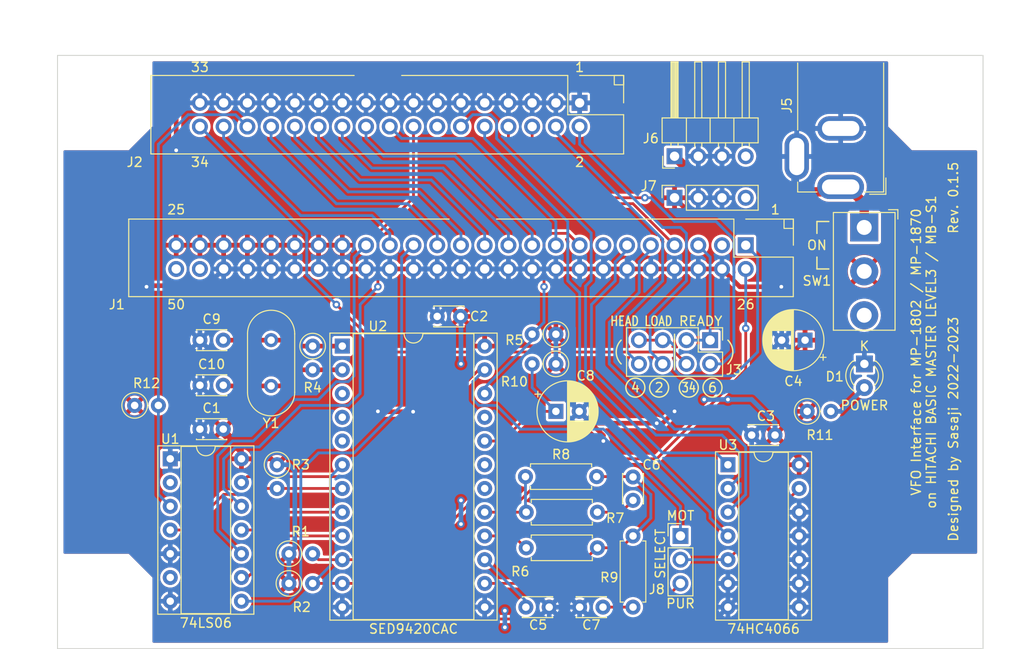
<source format=kicad_pcb>
(kicad_pcb (version 20211014) (generator pcbnew)
  (title_block (title "VFO Interface for HITACHI BASIC MASTER LEVEL3 and MB-S1") (date "2023-05-20") (rev "0.1.5") (company "Designed by Sasaji 2022"))
  (layers (0 "F.Cu" signal) (31 "B.Cu" signal) (34 "B.Paste" user) (35 "F.Paste" user) (36 "B.SilkS" user "B.Silkscreen") (37 "F.SilkS" user "F.Silkscreen") (38 "B.Mask" user) (39 "F.Mask" user) (44 "Edge.Cuts" user))
  (net 0 "")
  (net 1 "GND")
  (net 2 "+5V")
  (net 3 "Net-(C10-Pad2)")
  (net 4 "Net-(C5-Pad2)")
  (net 5 "Net-(C6-Pad1)")
  (net 6 "Net-(C6-Pad2)")
  (net 7 "Net-(C7-Pad2)")
  (net 8 "Net-(C8-Pad1)")
  (net 9 "/~{HEADLOAD}")
  (net 11 "/~{READY}")
  (net 12 "/~{INDEX}")
  (net 13 "/~{SELECT0}")
  (net 14 "/~{SELECT1}")
  (net 16 "/~{MOTOR}")
  (net 17 "/~{DIRC}")
  (net 18 "/~{STEP}")
  (net 19 "/~{WRITEDATA}")
  (net 20 "/~{WRITEGATE}")
  (net 21 "/~{TRACK00}")
  (net 22 "/~{WRITEPROTECT}")
  (net 23 "/~{READDATA}")
  (net 24 "/~{SIDESELECT}")
  (net 25 "/~{RDATA_CLK}")
  (net 26 "/DDEN")
  (net 29 "/~{HEADLOAD2}")
  (net 30 "/~{HEADLOAD4}")
  (net 31 "/~{READY6}")
  (net 33 "/~{MOTOR_ON}")
  (net 34 "/~{RDATA_RAW}")
  (net 35 "/~{READY34}")
  (net 36 "PUR")
  (net 37 "Net-(R6-Pad1)")
  (net 38 "Net-(R7-Pad2)")
  (net 40 "/MOTOR_ON")
  (net 49 "/+5V_IN")
  (net 52 "/RDDATA")
  (net 53 "/DATA")
  (net 54 "/WINDOW")
  (net 55 "/~{SELECT0M}")
  (net 56 "/~{SELECT1M}")
  (net 57 "Net-(C9-Pad2)")
  (net 58 "Net-(D1-Pad2)")
  (net 59 "Net-(J8-Pad2)")
  (footprint "Resistor_THT:R_Axial_DIN0207_L6.3mm_D2.5mm_P7.62mm_Horizontal" (layer "F.Cu") (at 118.665 73.025)
    (fp_text reference "R8")
    (fp_text value "33k")
  )
  (footprint "Capacitor_THT:C_Disc_D3.0mm_W2.0mm_P2.50mm" (layer "F.Cu") (at 142.875 68.58)
    (fp_text reference "C3")
    (fp_text value "0.1u")
  )
  (footprint "Capacitor_THT:C_Disc_D3.0mm_W2.0mm_P2.50mm" (layer "F.Cu") (at 124.46 86.995)
    (fp_text reference "C7")
    (fp_text value "0.01u")
  )
  (footprint "Capacitor_THT:C_Disc_D3.0mm_W2.0mm_P2.50mm" (layer "F.Cu") (at 109.22 55.88)
    (fp_text reference "C2")
    (fp_text value "0.1u")
  )
  (footprint "Connector_PinHeader_2.54mm:PinHeader_2x04_P2.54mm_Vertical" (layer "F.Cu") (at 138.43 58.42 -90)
    (fp_text reference "J3")
    (fp_text value "Conn_02x02_Odd_Even")
  )
  (footprint "Connector_PinHeader_2.54mm:PinHeader_1x04_P2.54mm_Horizontal" (layer "F.Cu") (at 134.62 38.735 90)
    (fp_text reference "J6")
    (fp_text value "Conn_01x04_Male")
  )
  (footprint "MountingHole:MountingHole_3.2mm_M3" (layer "F.Cu") (at 73.66 33.02)
    (fp_text reference "REF**")
    (fp_text value "MountingHole_3.2mm_M3")
  )
  (footprint "Resistor_THT:R_Axial_DIN0207_L6.3mm_D2.5mm_P2.54mm_Vertical" (layer "F.Cu") (at 95.885 59.055 -90)
    (fp_text reference "R4")
    (fp_text value "1M")
  )
  (footprint "MySwitch:SW_Switch_SS12D10_SPDT" (layer "F.Cu") (at 154.9225 46.355 -90)
    (fp_text reference "SW1")
    (fp_text value "SW_SPDT")
  )
  (footprint "Capacitor_THT:C_Disc_D3.0mm_W2.0mm_P2.50mm" (layer "F.Cu") (at 83.82 63.246)
    (fp_text reference "C10")
    (fp_text value "22p")
  )
  (footprint "Capacitor_THT:C_Disc_D3.0mm_W2.0mm_P2.50mm" (layer "F.Cu") (at 83.82 67.945)
    (fp_text reference "C1")
    (fp_text value "0.1u")
  )
  (footprint "Capacitor_THT:C_Disc_D3.0mm_W2.0mm_P2.50mm" (layer "F.Cu") (at 121.205 86.995 180)
    (fp_text reference "C5")
    (fp_text value "0.01u")
  )
  (footprint "Resistor_THT:R_Axial_DIN0207_L6.3mm_D2.5mm_P2.54mm_Vertical" (layer "F.Cu") (at 121.92 60.96 180)
    (fp_text reference "R10")
    (fp_text value "100k")
  )
  (footprint "Resistor_THT:R_Axial_DIN0207_L6.3mm_D2.5mm_P2.54mm_Vertical" (layer "F.Cu") (at 92.075 71.755 -90)
    (fp_text reference "R3")
    (fp_text value "1k")
  )
  (footprint "Package_DIP:DIP-24_W15.24mm_Socket" (layer "F.Cu") (at 99.06 59.055)
    (fp_text reference "U2")
    (fp_text value "SED9420CAC")
  )
  (footprint "Package_DIP:DIP-14_W7.62mm_Socket" (layer "F.Cu") (at 140.335 71.755)
    (fp_text reference "U3")
    (fp_text value "74HC4066")
  )
  (footprint "Capacitor_THT:CP_Radial_D6.3mm_P2.50mm" (layer "F.Cu") (at 148.59 58.42 180)
    (fp_text reference "C4")
    (fp_text value "100u")
  )
  (footprint "Resistor_THT:R_Axial_DIN0207_L6.3mm_D2.5mm_P2.54mm_Vertical" (layer "F.Cu") (at 121.92 57.785 180)
    (fp_text reference "R5")
    (fp_text value "1k")
  )
  (footprint "MountingHole:MountingHole_3.2mm_M3" (layer "F.Cu") (at 73.66 86.36)
    (fp_text reference "REF**")
    (fp_text value "MountingHole_3.2mm_M3")
  )
  (footprint "MountingHole:MountingHole_3.2mm_M3" (layer "F.Cu") (at 162.56 86.36)
    (fp_text reference "REF**")
    (fp_text value "MountingHole_3.2mm_M3")
  )
  (footprint "Resistor_THT:R_Axial_DIN0207_L6.3mm_D2.5mm_P2.54mm_Vertical" (layer "F.Cu") (at 76.835 65.405)
    (fp_text reference "R12")
    (fp_text value "1k")
  )
  (footprint "Capacitor_THT:CP_Radial_D6.3mm_P2.50mm" (layer "F.Cu") (at 121.92 66.04)
    (fp_text reference "C8")
    (fp_text value "22u")
  )
  (footprint "Connector_PinHeader_2.54mm:PinHeader_1x03_P2.54mm_Vertical" (layer "F.Cu") (at 135.255 79.375)
    (fp_text reference "J8")
    (fp_text value "Conn_01x03_Male")
  )
  (footprint "Resistor_THT:R_Axial_DIN0207_L6.3mm_D2.5mm_P2.54mm_Vertical" (layer "F.Cu") (at 93.345 81.28)
    (fp_text reference "R1")
    (fp_text value "1k")
  )
  (footprint "Connector_PinSocket_2.54mm:PinSocket_1x04_P2.54mm_Vertical" (layer "F.Cu") (at 134.62 43.18 90)
    (fp_text reference "J7")
    (fp_text value "Conn_01x04_Female")
  )
  (footprint "Capacitor_THT:C_Disc_D3.0mm_W2.0mm_P2.50mm" (layer "F.Cu") (at 83.82 58.42)
    (fp_text reference "C9")
    (fp_text value "22p")
  )
  (footprint "MyPinHeader:YA_PinHeader_2x25_P2.54mm_Vertical" (layer "F.Cu") (at 142.24 48.26 -90)
    (fp_text reference "J1")
    (fp_text value "Conn_02x25_Top_Bottom")
  )
  (footprint "Resistor_THT:R_Axial_DIN0207_L6.3mm_D2.5mm_P7.62mm_Horizontal" (layer "F.Cu") (at 118.745 80.645)
    (fp_text reference "R6")
    (fp_text value "470")
  )
  (footprint "Resistor_THT:R_Axial_DIN0207_L6.3mm_D2.5mm_P2.54mm_Vertical" (layer "F.Cu") (at 93.345 84.455)
    (fp_text reference "R2")
    (fp_text value "4.7k")
  )
  (footprint "Crystal:Crystal_HC18-U_Vertical" (layer "F.Cu") (at 91.44 63.32 90)
    (fp_text reference "Y1")
    (fp_text value "16MHz")
  )
  (footprint "MyJack:YA_BarrelJack_CUI_PJ-102AH_Horizontal" (layer "F.Cu") (at 152.4 41.76 180)
    (fp_text reference "J5")
    (fp_text value "Barrel_Jack_Switch")
  )
  (footprint "Resistor_THT:R_Axial_DIN0207_L6.3mm_D2.5mm_P2.54mm_Vertical" (layer "F.Cu") (at 148.815 66.04)
    (fp_text reference "R11")
    (fp_text value "1k")
  )
  (footprint "LED_THT:LED_D3.0mm" (layer "F.Cu") (at 154.94 60.96 -90)
    (fp_text reference "D1")
    (fp_text value "LED")
  )
  (footprint "Capacitor_THT:C_Disc_D3.0mm_W2.0mm_P2.50mm" (layer "F.Cu") (at 130.175 75.565 90)
    (fp_text reference "C6")
    (fp_text value "3300p")
  )
  (footprint "Resistor_THT:R_Axial_DIN0207_L6.3mm_D2.5mm_P7.62mm_Horizontal" (layer "F.Cu") (at 130.175 79.375 -90)
    (fp_text reference "R9")
    (fp_text value "4.7k")
  )
  (footprint "Resistor_THT:R_Axial_DIN0207_L6.3mm_D2.5mm_P7.62mm_Horizontal" (layer "F.Cu") (at 126.365 76.835 180)
    (fp_text reference "R7")
    (fp_text value "15k")
  )
  (footprint "MountingHole:MountingHole_3.2mm_M3" (layer "F.Cu") (at 162.56 33.02)
    (fp_text reference "REF**")
    (fp_text value "MountingHole_3.2mm_M3")
  )
  (footprint "MyPinHeader:YA_PinHeader_2x17_P2.54mm_Vertical" (layer "F.Cu") (at 124.46 33.02 -90)
    (fp_text reference "J2")
    (fp_text value "Conn_02x17_Odd_Even")
  )
  (footprint "Package_DIP:DIP-14_W7.62mm_Socket" (layer "F.Cu") (at 80.645 71.12)
    (fp_text reference "U1")
    (fp_text value "74LS06")
  )
  (gr_arc (start 128.905 60.96) (mid 128.378949 59.69) (end 128.905 58.42) (layer "F.SilkS") (width 0.15))
  (gr_circle (center 136.144 63.5) (end 136.144 62.484) (layer "F.SilkS") (width 0.15) (fill none))
  (gr_circle (center 138.684 63.5) (end 138.684 62.484) (layer "F.SilkS") (width 0.15) (fill none))
  (gr_line (start 149.86 45.72) (end 151.13 45.72) (layer "F.SilkS") (width 0.15))
  (gr_line (start 134.62 57.785) (end 134.62 61.595) (layer "F.SilkS") (width 0.15))
  (gr_arc (start 140.335 58.420004) (mid 140.861051 59.690004) (end 140.335 60.960004) (layer "F.SilkS") (width 0.15))
  (gr_circle (center 130.428683 63.5) (end 130.454083 62.484) (layer "F.SilkS") (width 0.15) (fill none))
  (gr_line (start 149.86 50.8) (end 151.13 50.8) (layer "F.SilkS") (width 0.15))
  (gr_circle (center 132.967731 63.5) (end 133.018531 62.484) (layer "F.SilkS") (width 0.15) (fill none))
  (gr_line (start 149.86 46.99) (end 149.86 45.72) (layer "F.SilkS") (width 0.15))
  (gr_line (start 149.86 49.53) (end 149.86 50.8) (layer "F.SilkS") (width 0.15))
  (gr_line (start 68.58 27.94) (end 68.58 91.44) (layer "Edge.Cuts") (width 0.1))
  (gr_line (start 167.64 27.94) (end 68.58 27.94) (layer "Edge.Cuts") (width 0.1))
  (gr_line (start 68.58 91.44) (end 167.64 91.44) (layer "Edge.Cuts") (width 0.1))
  (gr_line (start 167.64 91.44) (end 167.64 27.94) (layer "Edge.Cuts") (width 0.1))
  (gr_text "Rev. 0.1.5" (at 164.465 43.18 90) (layer "F.SilkS") (effects (font (size 1 1))))
  (gr_text "VFO Interface for MP-1802 / MP-1870\non HITACHI BASIC MASTER LEVEL3 / MB-S1\n" (at 161.29 59.69 90) (layer "F.SilkS") (effects (font (size 1 1))))
  (gr_text "Designed by Sasaji 2022-2023" (at 164.465 67.945 90) (layer "F.SilkS") (effects (font (size 1 1))))
  (segment (start 124.46 50.8) (end 127 50.8) (width 0.5) (layer "F.Cu") (net 1))
  (segment (start 84.57 52.59) (end 86.36 50.8) (width 0.5) (layer "F.Cu") (net 1))
  (segment (start 96.52 50.8) (end 93.98 50.8) (width 0.5) (layer "F.Cu") (net 1))
  (segment (start 102.91 66.08) (end 102.87 66.04) (width 0.5) (layer "F.Cu") (net 1))
  (segment (start 129.54 50.8) (end 127 50.8) (width 0.5) (layer "F.Cu") (net 1))
  (segment (start 81.28 38.1) (end 81.28 33.655) (width 0.5) (layer "F.Cu") (net 1))
  (segment (start 78.105 52.705) (end 78.22 52.59) (width 0.5) (layer "F.Cu") (net 1))
  (segment (start 104.14 50.8) (end 106.68 50.8) (width 0.5) (layer "F.Cu") (net 1))
  (segment (start 99.06 50.8) (end 101.6 50.8) (width 0.5) (layer "F.Cu") (net 1))
  (segment (start 81.915 33.02) (end 83.82 33.02) (width 0.5) (layer "F.Cu") (net 1))
  (segment (start 127 68.62) (end 124.42 66.04) (width 0.5) (layer "F.Cu") (net 1))
  (segment (start 139.7 50.8) (end 137.16 50.8) (width 0.5) (layer "F.Cu") (net 1))
  (segment (start 106.64 66.08) (end 102.91 66.08) (width 0.5) (layer "F.Cu") (net 1))
  (segment (start 124.46 50.8) (end 121.92 50.8) (width 0.5) (layer "F.Cu") (net 1))
  (segment (start 134.62 50.8) (end 132.08 50.8) (width 0.5) (layer "F.Cu") (net 1))
  (segment (start 133.35 67.31) (end 132.715 67.31) (width 0.5) (layer "F.Cu") (net 1))
  (segment (start 127 69.215) (end 127 68.62) (width 0.5) (layer "F.Cu") (net 1))
  (segment (start 132.715 67.31) (end 125.69 67.31) (width 0.5) (layer "F.Cu") (net 1))
  (segment (start 129.54 50.8) (end 132.08 50.8) (width 0.5) (layer "F.Cu") (net 1))
  (segment (start 141.605 52.705) (end 139.7 50.8) (width 0.5) (layer "F.Cu") (net 1))
  (segment (start 81.28 33.655) (end 81.915 33.02) (width 0.5) (layer "F.Cu") (net 1))
  (segment (start 125.69 67.31) (end 124.42 66.04) (width 0.5) (layer "F.Cu") (net 1))
  (segment (start 134.62 66.04) (end 133.35 67.31) (width 0.5) (layer "F.Cu") (net 1))
  (segment (start 134.62 50.8) (end 137.16 50.8) (width 0.5) (layer "F.Cu") (net 1))
  (segment (start 146.05 52.705) (end 141.605 52.705) (width 0.5) (layer "F.Cu") (net 1))
  (segment (start 78.22 52.59) (end 84.57 52.59) (width 0.5) (layer "F.Cu") (net 1))
  (via (at 106.64 66.08) (size 0.8) (drill 0.4) (layers "F.Cu" "B.Cu") (net 1))
  (via (at 81.28 38.1) (size 0.8) (drill 0.4) (layers "F.Cu" "B.Cu") (net 1))
  (via (at 127 69.215) (size 0.8) (drill 0.4) (layers "F.Cu" "B.Cu") (net 1))
  (via (at 134.62 66.04) (size 0.8) (drill 0.4) (layers "F.Cu" "B.Cu") (net 1))
  (via (at 78.105 52.705) (size 0.8) (drill 0.4) (layers "F.Cu" "B.Cu") (net 1))
  (via (at 146.05 52.705) (size 0.8) (drill 0.4) (layers "F.Cu" "B.Cu") (net 1))
  (via (at 132.715 67.31) (size 0.8) (drill 0.4) (layers "F.Cu" "B.Cu") (net 1))
  (via (at 102.87 66.04) (size 0.8) (drill 0.4) (layers "F.Cu" "B.Cu") (net 1))
  (segment (start 109.22 55.88) (end 106.64 58.46) (width 0.5) (layer "B.Cu") (net 1))
  (segment (start 106.64 78.7) (end 106.64 75.605) (width 0.5) (layer "B.Cu") (net 1))
  (segment (start 83.81 83.83) (end 81.28 86.36) (width 0.5) (layer "B.Cu") (net 1))
  (segment (start 93.98 50.8) (end 86.36 50.8) (width 0.5) (layer "B.Cu") (net 1))
  (segment (start 114.935 90.17) (end 114.3 89.535) (width 0.5) (layer "B.Cu") (net 1))
  (segment (start 147.7 38.76) (end 147.7 35.815) (width 0.5) (layer "B.Cu") (net 1))
  (segment (start 83.82 68.57) (end 83.82 67.945) (width 0.5) (layer "B.Cu") (net 1))
  (segment (start 83.81 58.43) (end 83.82 58.42) (width 0.5) (layer "B.Cu") (net 1))
  (segment (start 147.755 35.76) (end 152.4 35.76) (width 0.5) (layer "B.Cu") (net 1))
  (segment (start 83.82 58.42) (end 83.82 53.34) (width 0.5) (layer "B.Cu") (net 1))
  (segment (start 127 50.8) (end 127 50.155047) (width 0.2) (layer "B.Cu") (net 1))
  (segment (start 80.645 71.12) (end 81.27 71.12) (width 0.5) (layer "B.Cu") (net 1))
  (segment (start 127 50.8) (end 127 50.165) (width 0.2) (layer "B.Cu") (net 1))
  (segment (start 121.205 86.995) (end 124.46 86.995) (width 0.5) (layer "B.Cu") (net 1))
  (segment (start 140.335 66.04) (end 142.875 68.58) (width 0.5) (layer "B.Cu") (net 1))
  (segment (start 123.825 57.15) (end 121.92 55.245) (width 0.5) (layer "B.Cu") (net 1))
  (segment (start 128.27 48.895) (end 128.27 46.355) (width 0.2) (layer "B.Cu") (net 1))
  (segment (start 109.22 55.88) (end 109.22 50.8) (width 0.5) (layer "B.Cu") (net 1))
  (segment (start 142.875 84.455) (end 140.335 86.995) (width 0.5) (layer "B.Cu") (net 1))
  (segment (start 106.68 86.36) (end 106.68 78.82) (width 0.5) (layer "B.Cu") (net 1))
  (segment (start 126.746 56.134) (end 129.54 53.34) (width 0.5) (layer "B.Cu") (net 1))
  (segment (start 114.3 89.535) (end 114.3 86.995) (width 0.5) (layer "B.Cu") (net 1))
  (segment (start 123.825 65.445) (end 123.825 57.15) (width 0.5) (layer "B.Cu") (net 1))
  (segment (start 119.38 50.8) (end 106.68 50.8) (width 0.5) (layer "B.Cu") (net 1))
  (segment (start 106.64 58.46) (end 106.64 66.08) (width 0.5) (layer "B.Cu") (net 1))
  (segment (start 106.64 75.605) (end 106.64 78.78) (width 0.5) (layer "B.Cu") (net 1))
  (segment (start 147.36 51.395) (end 147.36 39.1) (width 0.5) (layer "B.Cu") (net 1))
  (segment (start 134.62 66.04) (end 137.16 63.5) (width 0.5) (layer "B.Cu") (net 1))
  (segment (start 99.06 86.995) (end 106.045 86.995) (width 0.5) (layer "B.Cu") (net 1))
  (segment (start 134.62 66.04) (end 140.335 66.04) (width 0.5) (layer "B.Cu") (net 1))
  (segment (start 81.28 86.36) (end 80.645 86.36) (width 0.5) (layer "B.Cu") (net 1))
  (segment (start 96.52 50.8) (end 99.06 50.8) (width 0.5) (layer "B.Cu") (net 1))
  (segment (start 126.746 61.341) (end 126.746 56.134) (width 0.5) (layer "B.Cu") (net 1))
  (segment (start 121.205 89.615) (end 120.65 90.17) (width 0.5) (layer "B.Cu") (net 1))
  (segment (start 120.65 90.17) (end 114.935 90.17) (width 0.5) (layer "B.Cu") (net 1))
  (segment (start 146.05 60.96) (end 154.94 60.96) (width 0.5) (layer "B.Cu") (net 1))
  (segment (start 139.7 43.18) (end 139.7 38.735) (width 0.5) (layer "B.Cu") (net 1))
  (segment (start 106.045 86.995) (end 106.68 86.36) (width 0.5) (layer "B.Cu") (net 1))
  (segment (start 83.82 33.02) (end 124.46 33.02) (width 0.5) (layer "B.Cu") (net 1))
  (segment (start 127 50.165) (end 128.27 48.895) (width 0.3) (layer "B.Cu") (net 1))
  (segment (start 143.51 63.5) (end 146.05 60.96) (width 0.5) (layer "B.Cu") (net 1))
  (segment (start 83.81 67.955) (end 83.81 83.83) (width 0.5) (layer "B.Cu") (net 1))
  (segment (start 130.81 48.895) (end 129.54 50.165) (width 0.3) (layer "B.Cu") (net 1))
  (segment (start 146.09 58.42) (end 146.09 60.92) (width 0.5) (layer "B.Cu") (net 1))
  (segment (start 126.365 90.17) (end 137.16 90.17) (width 0.5) (layer "B.Cu") (net 1))
  (segment (start 121.92 55.245) (end 121.92 50.8) (width 0.5) (layer "B.Cu") (net 1))
  (segment (start 106.64 78.7) (end 106.68 78.74) (width 0.5) (layer "B.Cu") (net 1))
  (segment (start 121.205 86.995) (end 121.205 89.615) (width 0.5) (layer "B.Cu") (net 1))
  (segment (start 81.27 71.12) (end 83.82 68.57) (width 0.5) (layer "B.Cu") (net 1))
  (segment (start 83.82 67.945) (end 83.81 67.955) (width 0.5) (layer "B.Cu") (net 1))
  (segment (start 124.46 86.995) (end 124.46 88.265) (width 0.5) (layer "B.Cu") (net 1))
  (segment (start 146.09 58.42) (end 146.09 52.745) (width 0.5) (layer "B.Cu") (net 1))
  (segment (start 147.36 39.1) (end 147.7 38.76) (width 0.5) (layer "B.Cu") (net 1))
  (segment (start 147.7 35.815) (end 147.755 35.76) (width 0.5) (layer "B.Cu") (net 1))
  (segment (start 124.46 88.265) (end 126.365 90.17) (width 0.5) (layer "B.Cu") (net 1))
  (segment (start 132.715 67.31) (end 126.746 61.341) (width 0.5) (layer "B.Cu") (net 1))
  (segment (start 124.42 66.04) (end 123.825 65.445) (width 0.5) (layer "B.Cu") (net 1))
  (segment (start 129.54 50.8) (end 129.54 50.165) (width 0.5) (layer "B.Cu") (net 1))
  (segment (start 83.82 53.34) (end 86.36 50.8) (width 0.5) (layer "B.Cu") (net 1))
  (segment (start 137.16 90.17) (end 140.335 86.995) (width 0.5) (layer "B.Cu") (net 1))
  (segment (start 129.54 53.34) (end 129.54 50.8) (width 0.5) (layer "B.Cu") (net 1))
  (segment (start 106.68 86.36) (end 107.315 86.995) (width 0.5) (layer "B.Cu") (net 1))
  (segment (start 106.64 66.08) (end 106.64 75.605) (width 0.5) (layer "B.Cu") (net 1))
  (segment (start 146.09 52.745) (end 146.05 52.705) (width 0.5) (layer "B.Cu") (net 1))
  (segment (start 83.82 67.945) (end 83.81 67.935) (width 0.5) (layer "B.Cu") (net 1))
  (segment (start 106.68 78.82) (end 106.64 78.78) (width 0.5) (layer "B.Cu") (net 1))
  (segment (start 146.05 52.705) (end 147.36 51.395) (width 0.5) (layer "B.Cu") (net 1))
  (segment (start 137.16 63.5) (end 143.51 63.5) (width 0.5) (layer "B.Cu") (net 1))
  (segment (start 83.81 67.935) (end 83.81 58.43) (width 0.5) (layer "B.Cu") (net 1))
  (segment (start 142.875 68.58) (end 142.875 84.455) (width 0.5) (layer "B.Cu") (net 1))
  (segment (start 137.16 38.735) (end 137.16 43.18) (width 0.5) (layer "B.Cu") (net 1))
  (segment (start 130.81 46.355) (end 130.81 48.895) (width 0.2) (layer "B.Cu") (net 1))
  (segment (start 101.6 50.8) (end 104.14 50.8) (width 0.5) (layer "B.Cu") (net 1))
  (segment (start 128.27 46.355) (end 130.81 46.355) (width 0.2) (layer "B.Cu") (net 1))
  (segment (start 121.92 50.8) (end 119.38 50.8) (width 0.5) (layer "B.Cu") (net 1))
  (segment (start 146.09 60.92) (end 146.05 60.96) (width 0.5) (layer "B.Cu") (net 1))
  (segment (start 107.315 86.995) (end 114.3 86.995) (width 0.5) (layer "B.Cu") (net 1))
  (segment (start 106.68 78.74) (end 106.68 86.36) (width 0.5) (layer "B.Cu") (net 1))
  (segment (start 81.915 69.215) (end 82.55 69.215) (width 0.5) (layer "F.Cu") (net 2))
  (segment (start 145.375 66) (end 145.375 61.635) (width 0.5) (layer "F.Cu") (net 2))
  (segment (start 91.44 71.12) (end 92.075 71.755) (width 0.5) (layer "F.Cu") (net 2))
  (segment (start 114.3 59.055) (end 114.3 55.88) (width 0.5) (layer "F.Cu") (net 2))
  (segment (start 100.33 53.975) (end 99.695 53.34) (width 0.5) (layer "F.Cu") (net 2))
  (segment (start 145.375 68.58) (end 145.415 68.58) (width 0.5) (layer "F.Cu") (net 2))
  (segment (start 83.185 69.85) (end 84.455 69.85) (width 0.5) (layer "F.Cu") (net 2))
  (segment (start 145.375 68.58) (end 145.375 66) (width 0.5) (layer "F.Cu") (net 2))
  (segment (start 148.815 66.04) (end 145.415 66.04) (width 0.5) (layer "F.Cu") (net 2))
  (segment (start 147.955 71.12) (end 147.955 71.755) (width 0.5) (layer "F.Cu") (net 2))
  (segment (start 111.72 55.84) (end 109.855 53.975) (width 0.5) (layer "F.Cu") (net 2))
  (segment (start 109.855 53.975) (end 100.33 53.975) (width 0.5) (layer "F.Cu") (net 2))
  (segment (start 149.97875 55.88) (end 150.93125 54.9275) (width 0.5) (layer "F.Cu") (net 2))
  (segment (start 81.915 53.975) (end 81.915 69.215) (width 0.5) (layer "F.Cu") (net 2))
  (segment (start 86.995 53.34) (end 86.36 53.975) (width 0.5) (layer "F.Cu") (net 2))
  (segment (start 148.59 57.26875) (end 150.93125 54.9275) (width 0.5) (layer "F.Cu") (net 2))
  (segment (start 145.415 66.04) (end 145.375 66) (width 0.5) (layer "F.Cu") (net 2))
  (segment (start 111.72 55.88) (end 114.3 55.88) (width 0.5) (layer "F.Cu") (net 2))
  (segment (start 145.415 68.58) (end 147.955 71.12) (width 0.5) (layer "F.Cu") (net 2))
  (segment (start 148.59 58.42) (end 148.59 57.26875) (width 0.5) (layer "F.Cu") (net 2))
  (segment (start 86.32 68.54) (end 88.265 70.485) (width 0.5) (layer "F.Cu") (net 2))
  (segment (start 84.455 69.81) (end 86.32 67.945) (width 0.5) (layer "F.Cu") (net 2))
  (segment (start 82.55 69.215) (end 83.185 69.85) (width 0.5) (layer "F.Cu") (net 2))
  (segment (start 88.265 70.485) (end 88.265 71.12) (width 0.5) (layer "F.Cu") (net 2))
  (segment (start 81.28 48.26) (end 99.06 48.26) (width 0.5) (layer "F.Cu") (net 2))
  (segment (start 154.9225 51.055) (end 154.80375 51.055) (width 0.5) (layer "F.Cu") (net 2))
  (segment (start 99.695 53.34) (end 86.995 53.34) (width 0.5) (layer "F.Cu") (net 2))
  (segment (start 154.80375 51.055) (end 150.93125 54.9275) (width 0.5) (layer "F.Cu") (net 2))
  (segment (start 86.36 53.975) (end 81.915 53.975) (width 0.5) (layer "F.Cu") (net 2))
  (segment (start 86.32 67.945) (end 86.32 68.54) (width 0.5) (layer "F.Cu") (net 2))
  (segment (start 154.9225 51.055) (end 149.5875 45.72) (width 0.5) (layer "F.Cu") (net 2))
  (segment (start 88.265 71.12) (end 91.44 71.12) (width 0.5) (layer "F.Cu") (net 2))
  (segment (start 149.5875 45.72) (end 137.16 45.72) (width 0.5) (layer "F.Cu") (net 2))
  (segment (start 114.3 55.88) (end 121.92 55.88) (width 0.5) (layer "F.Cu") (net 2))
  (segment (start 145.375 61.635) (end 148.59 58.42) (width 0.5) (layer "F.Cu") (net 2))
  (segment (start 84.455 69.85) (end 84.455 69.81) (width 0.5) (layer "F.Cu") (net 2))
  (segment (start 137.16 45.72) (end 134.62 43.18) (width 0.5) (layer "F.Cu") (net 2))
  (segment (start 121.92 55.88) (end 149.97875 55.88) (width 0.5) (layer "F.Cu") (net 2))
  (segment (start 121.92 57.785) (end 121.92 55.88) (width 0.5) (layer "F.Cu") (net 2))
  (segment (start 111.72 55.88) (end 111.72 55.84) (width 0.5) (layer "F.Cu") (net 2))
  (via (at 140.335 64.77) (size 0.8) (drill 0.4) (layers "F.Cu" "B.Cu") (net 2))
  (via (at 111.76 78.105) (size 0.8) (drill 0.4) (layers "F.Cu" "B.Cu") (net 2))
  (via (at 137.795 64.77) (size 0.8) (drill 0.4) (layers "F.Cu" "B.Cu") (net 2))
  (via (at 111.76 60.96) (size 0.8) (drill 0.4) (layers "F.Cu" "B.Cu") (net 2))
  (via (at 116.459 87.376) (size 0.8) (drill 0.4) (layers "F.Cu" "B.Cu") (net 2))
  (via (at 116.459 89.154) (size 0.8) (drill 0.4) (layers "F.Cu" "B.Cu") (net 2))
  (via (at 111.76 75.565) (size 0.8) (drill 0.4) (layers "F.Cu" "B.Cu") (net 2))
  (segment (start 93.975 80.65) (end 93.975 74.3) (width 0.5) (layer "B.Cu") (net 2))
  (segment (start 140.335 64.77) (end 137.795 64.77) (width 0.5) (layer "B.Cu") (net 2))
  (segment (start 93.345 81.28) (end 93.975 80.65) (width 0.5) (layer "B.Cu") (net 2))
  (segment (start 121.92 57.785) (end 121.92 60.96) (width 0.5) (layer "B.Cu") (net 2))
  (segment (start 145.375 67.27) (end 145.375 68.58) (width 0.5) (layer "B.Cu") (net 2))
  (segment (start 111.76 60.96) (end 111.76 55.92) (width 0.5) (layer "B.Cu") (net 2))
  (segment (start 93.98 72.39) (end 93.345 71.755) (width 0.5) (layer "B.Cu") (net 2))
  (segment (start 93.975 74.3) (end 93.98 74.295) (width 0.5) (layer "B.Cu") (net 2))
  (segment (start 93.345 81.28) (end 93.345 84.455) (width 0.5) (layer "B.Cu") (net 2))
  (segment (start 116.459 87.376) (end 116.459 89.154) (width 0.5) (layer "B.Cu") (net 2))
  (segment (start 140.335 64.77) (end 142.875 64.77) (width 0.5) (layer "B.Cu") (net 2))
  (segment (start 93.98 74.295) (end 93.98 72.39) (width 0.5) (layer "B.Cu") (net 2))
  (segment (start 111.76 78.105) (end 111.76 75.565) (width 0.5) (layer "B.Cu") (net 2))
  (segment (start 111.76 55.92) (end 111.72 55.88) (width 0.5) (layer "B.Cu") (net 2))
  (segment (start 142.875 64.77) (end 145.375 67.27) (width 0.5) (layer "B.Cu") (net 2))
  (segment (start 93.345 71.755) (end 92.075 71.755) (width 0.5) (layer "B.Cu") (net 2))
  (segment (start 95.885 61.595) (end 94.2075 61.595) (width 0.5) (layer "F.Cu") (net 3))
  (segment (start 94.2075 61.595) (end 92.4825 63.32) (width 0.5) (layer "F.Cu") (net 3))
  (segment (start 99.06 61.595) (end 95.885 61.595) (width 0.5) (layer "F.Cu") (net 3))
  (segment (start 91.44 63.32) (end 92.4825 63.32) (width 0.5) (layer "F.Cu") (net 3))
  (segment (start 91.44 63.32) (end 86.394 63.32) (width 0.5) (layer "F.Cu") (net 3))
  (segment (start 86.394 63.32) (end 86.32 63.246) (width 0.5) (layer "F.Cu") (net 3))
  (segment (start 114.3 81.915) (end 118.705 86.32) (width 0.3) (layer "B.Cu") (net 4))
  (segment (start 118.705 86.32) (end 118.705 86.995) (width 0.3) (layer "B.Cu") (net 4))
  (segment (start 128.905 76.835) (end 130.175 75.565) (width 0.3) (layer "F.Cu") (net 5))
  (segment (start 126.365 76.835) (end 128.905 76.835) (width 0.3) (layer "F.Cu") (net 5))
  (segment (start 122.475 84.455) (end 126.285 80.645) (width 0.3) (layer "F.Cu") (net 6))
  (segment (start 130.135 73.025) (end 130.175 73.065) (width 0.3) (layer "F.Cu") (net 6))
  (segment (start 128.905 80.645) (end 130.175 79.375) (width 0.3) (layer "F.Cu") (net 6))
  (segment (start 114.3 84.455) (end 122.475 84.455) (width 0.3) (layer "F.Cu") (net 6))
  (segment (start 126.285 73.025) (end 130.135 73.025) (width 0.3) (layer "F.Cu") (net 6))
  (segment (start 126.285 80.645) (end 128.905 80.645) (width 0.3) (layer "F.Cu") (net 6))
  (segment (start 132.08 77.47) (end 130.175 79.375) (width 0.3) (layer "B.Cu") (net 6))
  (segment (start 132.08 74.93) (end 132.08 77.47) (width 0.3) (layer "B.Cu") (net 6))
  (segment (start 130.175 73.065) (end 132.04 74.93) (width 0.3) (layer "B.Cu") (net 6))
  (segment (start 132.04 74.93) (end 132.08 74.93) (width 0.3) (layer "B.Cu") (net 6))
  (segment (start 130.175 86.995) (end 126.96 86.995) (width 0.3) (layer "F.Cu") (net 7))
  (segment (start 116.205 69.215) (end 119.38 66.04) (width 0.3) (layer "F.Cu") (net 8))
  (segment (start 119.38 66.04) (end 121.92 66.04) (width 0.3) (layer "F.Cu") (net 8))
  (segment (start 114.3 69.215) (end 116.205 69.215) (width 0.3) (layer "F.Cu") (net 8))
  (segment (start 119.38 63.5) (end 121.92 66.04) (width 0.3) (layer "B.Cu") (net 8))
  (segment (start 119.38 60.96) (end 119.38 63.5) (width 0.3) (layer "B.Cu") (net 8))
  (segment (start 133.35 58.42) (end 130.81 58.42) (width 0.3) (layer "F.Cu") (net 9))
  (segment (start 133.35 58.42) (end 133.985 58.42) (width 0.3) (layer "B.Cu") (net 9))
  (segment (start 134.62 61.595) (end 135.255 62.23) (width 0.3) (layer "B.Cu") (net 9))
  (segment (start 134.62 59.055) (end 134.62 61.595) (width 0.3) (layer "B.Cu") (net 9))
  (segment (start 135.255 62.23) (end 140.97 62.23) (width 0.3) (layer "B.Cu") (net 9))
  (segment (start 133.985 58.42) (end 134.62 59.055) (width 0.3) (layer "B.Cu") (net 9))
  (segment (start 140.97 62.23) (end 143.51 59.69) (width 0.3) (layer "B.Cu") (net 9))
  (segment (start 143.51 59.69) (end 143.51 49.53) (width 0.3) (layer "B.Cu") (net 9))
  (segment (start 143.51 49.53) (end 142.24 48.26) (width 0.3) (layer "B.Cu") (net 9))
  (segment (start 138.43 49.53) (end 137.16 48.26) (width 0.3) (layer "B.Cu") (net 11))
  (segment (start 138.43 58.42) (end 138.43 55.88) (width 0.3) (layer "B.Cu") (net 11))
  (segment (start 138.43 55.88) (end 138.43 49.53) (width 0.3) (layer "B.Cu") (net 11))
  (segment (start 135.89 58.42) (end 138.43 58.42) (width 0.3) (layer "B.Cu") (net 11))
  (segment (start 116.84 36.83) (end 116.84 35.56) (width 0.3) (layer "F.Cu") (net 12))
  (segment (start 130.175 43.815) (end 123.825 43.815) (width 0.3) (layer "F.Cu") (net 12))
  (segment (start 134.62 48.26) (end 130.175 43.815) (width 0.3) (layer "F.Cu") (net 12))
  (segment (start 123.825 43.815) (end 116.84 36.83) (width 0.3) (layer "F.Cu") (net 12))
  (segment (start 140.335 76.835) (end 142.235 74.935) (width 0.3) (layer "B.Cu") (net 13))
  (segment (start 134.62 67.945) (end 127.635 60.96) (width 0.3) (layer "B.Cu") (net 13))
  (segment (start 127.635 60.96) (end 127.635 56.515) (width 0.3) (layer "B.Cu") (net 13))
  (segment (start 127.635 56.515) (end 130.84 53.31) (width 0.3) (layer "B.Cu") (net 13))
  (segment (start 132.08 48.768) (end 132.08 48.26) (width 0.3) (layer "B.Cu") (net 13))
  (segment (start 142.235 69.845) (end 140.335 67.945) (width 0.3) (layer "B.Cu") (net 13))
  (segment (start 140.335 67.945) (end 134.62 67.945) (width 0.3) (layer "B.Cu") (net 13))
  (segment (start 142.235 74.935) (end 142.235 69.845) (width 0.3) (layer "B.Cu") (net 13))
  (segment (start 130.84 53.31) (end 130.84 50.008) (width 0.3) (layer "B.Cu") (net 13))
  (segment (start 130.84 50.008) (end 132.08 48.768) (width 0.3) (layer "B.Cu") (net 13))
  (segment (start 139.7 68.58) (end 132.642894 68.58) (width 0.3) (layer "B.Cu") (net 14))
  (segment (start 128.27 50.038) (end 129.54 48.768) (width 0.3) (layer "B.Cu") (net 14))
  (segment (start 140.335 74.295) (end 141.605 73.025) (width 0.3) (layer "B.Cu") (net 14))
  (segment (start 129.54 48.768) (end 129.54 48.26) (width 0.3) (layer "B.Cu") (net 14))
  (segment (start 125.73 54.61) (end 128.27 52.07) (width 0.3) (layer "B.Cu") (net 14))
  (segment (start 141.605 73.025) (end 141.605 70.485) (width 0.3) (layer "B.Cu") (net 14))
  (segment (start 125.73 61.667106) (end 125.73 54.61) (width 0.3) (layer "B.Cu") (net 14))
  (segment (start 141.605 70.485) (end 139.7 68.58) (width 0.3) (layer "B.Cu") (net 14))
  (segment (start 132.642894 68.58) (end 125.73 61.667106) (width 0.3) (layer "B.Cu") (net 14))
  (segment (start 128.27 52.07) (end 128.27 50.038) (width 0.3) (layer "B.Cu") (net 14))
  (segment (start 120.65 47.625) (end 120.65 52.705) (width 0.3) (layer "F.Cu") (net 16))
  (segment (start 124.46 48.26) (end 123.19 46.99) (width 0.3) (layer "F.Cu") (net 16))
  (segment (start 121.285 46.99) (end 120.65 47.625) (width 0.3) (layer "F.Cu") (net 16))
  (segment (start 123.19 46.99) (end 121.285 46.99) (width 0.3) (layer "F.Cu") (net 16))
  (via (at 120.65 52.705) (size 0.8) (drill 0.4) (layers "F.Cu" "B.Cu") (net 16))
  (segment (start 114.3 64.135) (end 114.3 63.5) (width 0.3) (layer "B.Cu") (net 16))
  (segment (start 119.38 58.42) (end 119.38 57.785) (width 0.3) (layer "B.Cu") (net 16))
  (segment (start 120.65 52.705) (end 120.65 56.515) (width 0.3) (layer "B.Cu") (net 16))
  (segment (start 114.3 63.5) (end 119.38 58.42) (width 0.3) (layer "B.Cu") (net 16))
  (segment (start 120.65 56.515) (end 119.38 57.785) (width 0.3) (layer "B.Cu") (net 16))
  (segment (start 121.92 45.72) (end 121.92 48.26) (width 0.3) (layer "B.Cu") (net 17))
  (segment (start 113.03 36.83) (end 121.92 45.72) (width 0.3) (layer "B.Cu") (net 17))
  (segment (start 105.41 36.83) (end 113.03 36.83) (width 0.3) (layer "B.Cu") (net 17))
  (segment (start 104.14 35.56) (end 105.41 36.83) (width 0.3) (layer "B.Cu") (net 17))
  (segment (start 119.38 46.99) (end 119.38 48.26) (width 0.3) (layer "B.Cu") (net 18))
  (segment (start 103.505 38.735) (end 111.125 38.735) (width 0.3) (layer "B.Cu") (net 18))
  (segment (start 111.125 38.735) (end 119.38 46.99) (width 0.3) (layer "B.Cu") (net 18))
  (segment (start 101.6 36.83) (end 103.505 38.735) (width 0.3) (layer "B.Cu") (net 18))
  (segment (start 101.6 35.56) (end 101.6 36.83) (width 0.3) (layer "B.Cu") (net 18))
  (segment (start 109.855 40.005) (end 116.84 46.99) (width 0.3) (layer "B.Cu") (net 19))
  (segment (start 102.235 40.005) (end 109.855 40.005) (width 0.3) (layer "B.Cu") (net 19))
  (segment (start 99.06 36.83) (end 102.235 40.005) (width 0.3) (layer "B.Cu") (net 19))
  (segment (start 116.84 46.99) (end 116.84 48.26) (width 0.3) (layer "B.Cu") (net 19))
  (segment (start 99.06 35.56) (end 99.06 36.83) (width 0.3) (layer "B.Cu") (net 19))
  (segment (start 96.52 35.56) (end 96.52 36.83) (width 0.3) (layer "B.Cu") (net 20))
  (segment (start 100.965 41.275) (end 108.585 41.275) (width 0.3) (layer "B.Cu") (net 20))
  (segment (start 114.3 46.99) (end 114.3 48.26) (width 0.3) (layer "B.Cu") (net 20))
  (segment (start 108.585 41.275) (end 114.3 46.99) (width 0.3) (layer "B.Cu") (net 20))
  (segment (start 96.52 36.83) (end 100.965 41.275) (width 0.3) (layer "B.Cu") (net 20))
  (segment (start 93.98 36.83) (end 99.695 42.545) (width 0.3) (layer "B.Cu") (net 21))
  (segment (start 107.315 42.545) (end 111.76 46.99) (width 0.3) (layer "B.Cu") (net 21))
  (segment (start 111.76 46.99) (end 111.76 48.26) (width 0.3) (layer "B.Cu") (net 21))
  (segment (start 99.695 42.545) (end 107.315 42.545) (width 0.3) (layer "B.Cu") (net 21))
  (segment (start 93.98 35.56) (end 93.98 36.83) (width 0.3) (layer "B.Cu") (net 21))
  (segment (start 106.045 43.815) (end 109.22 46.99) (width 0.3) (layer "B.Cu") (net 22))
  (segment (start 91.44 36.83) (end 98.425 43.815) (width 0.3) (layer "B.Cu") (net 22))
  (segment (start 91.44 35.56) (end 91.44 36.83) (width 0.3) (layer "B.Cu") (net 22))
  (segment (start 109.22 46.99) (end 109.22 48.26) (width 0.3) (layer "B.Cu") (net 22))
  (segment (start 98.425 43.815) (end 106.045 43.815) (width 0.3) (layer "B.Cu") (net 22))
  (segment (start 94.615 74.565097) (end 94.62 74.560097) (width 0.3) (layer "B.Cu") (net 23))
  (segment (start 105.41 49.53) (end 106.68 48.26) (width 0.3) (layer "B.Cu") (net 23))
  (segment (start 94.615 85.09) (end 94.615 74.565097) (width 0.3) (layer "B.Cu") (net 23))
  (segment (start 93.345 86.36) (end 94.615 85.09) (width 0.3) (layer "B.Cu") (net 23))
  (segment (start 96.52 70.485) (end 100.33 70.485) (width 0.3) (layer "B.Cu") (net 23))
  (segment (start 105.41 65.405) (end 105.41 49.53) (width 0.3) (layer "B.Cu") (net 23))
  (segment (start 94.62 74.560097) (end 94.62 72.385) (width 0.3) (layer "B.Cu") (net 23))
  (segment (start 100.33 70.485) (end 105.41 65.405) (width 0.3) (layer "B.Cu") (net 23))
  (segment (start 94.62 72.385) (end 96.52 70.485) (width 0.3) (layer "B.Cu") (net 23))
  (segment (start 88.265 86.36) (end 93.345 86.36) (width 0.3) (layer "B.Cu") (net 23))
  (segment (start 102.235 45.085) (end 104.14 46.99) (width 0.3) (layer "B.Cu") (net 24))
  (segment (start 94.615 45.085) (end 102.235 45.085) (width 0.3) (layer "B.Cu") (net 24))
  (segment (start 104.14 46.99) (end 104.14 48.26) (width 0.3) (layer "B.Cu") (net 24))
  (segment (start 86.36 36.83) (end 94.615 45.085) (width 0.3) (layer "B.Cu") (net 24))
  (segment (start 86.36 35.56) (end 86.36 36.83) (width 0.3) (layer "B.Cu") (net 24))
  (segment (start 87.3125 69.215) (end 85.725 70.8025) (width 0.3) (layer "B.Cu") (net 25))
  (segment (start 100.33 49.53) (end 100.33 62.23) (width 0.3) (layer "B.Cu") (net 25))
  (segment (start 96.52 64.77) (end 93.98 64.77) (width 0.3) (layer "B.Cu") (net 25))
  (segment (start 93.98 64.77) (end 89.535 69.215) (width 0.3) (layer "B.Cu") (net 25))
  (segment (start 85.725 70.8025) (end 85.725 78.74) (width 0.3) (layer "B.Cu") (net 25))
  (segment (start 101.6 48.26) (end 100.33 49.53) (width 0.3) (layer "B.Cu") (net 25))
  (segment (start 98.425 62.865) (end 96.52 64.77) (width 0.3) (layer "B.Cu") (net 25))
  (segment (start 99.695 62.865) (end 98.425 62.865) (width 0.3) (layer "B.Cu") (net 25))
  (segment (start 85.725 78.74) (end 88.265 81.28) (width 0.3) (layer "B.Cu") (net 25))
  (segment (start 100.33 62.23) (end 99.695 62.865) (width 0.3) (layer "B.Cu") (net 25))
  (segment (start 89.535 69.215) (end 87.3125 69.215) (width 0.3) (layer "B.Cu") (net 25))
  (segment (start 142.24 61.595) (end 142.24 57.15) (width 0.3) (layer "F.Cu") (net 26))
  (segment (start 118.11 75.565) (end 122.555 71.12) (width 0.3) (layer "F.Cu") (net 26))
  (segment (start 106.68 81.915) (end 113.03 75.565) (width 0.3) (layer "F.Cu") (net 26))
  (segment (start 113.03 75.565) (end 118.11 75.565) (width 0.3) (layer "F.Cu") (net 26))
  (segment (start 132.715 71.12) (end 142.24 61.595) (width 0.3) (layer "F.Cu") (net 26))
  (segment (start 122.555 71.12) (end 132.715 71.12) (width 0.3) (layer "F.Cu") (net 26))
  (segment (start 99.06 81.915) (end 106.68 81.915) (width 0.3) (layer "F.Cu") (net 26))
  (segment (start 96.52 81.915) (end 95.885 81.28) (width 0.3) (layer "F.Cu") (net 26))
  (segment (start 99.06 81.915) (end 96.52 81.915) (width 0.3) (layer "F.Cu") (net 26))
  (via (at 142.24 57.15) (size 0.8) (drill 0.4) (layers "F.Cu" "B.Cu") (net 26))
  (segment (start 142.24 50.8) (end 142.24 57.15) (width 0.3) (layer "B.Cu") (net 26))
  (segment (start 133.35 46.355) (end 124.46 37.465) (width 0.3) (layer "B.Cu") (net 29))
  (segment (start 135.89 52.07) (end 135.89 46.99) (width 0.3) (layer "B.Cu") (net 29))
  (segment (start 132.01 59.62) (end 132.01 55.95) (width 0.3) (layer "B.Cu") (net 29))
  (segment (start 133.35 60.96) (end 132.01 59.62) (width 0.3) (layer "B.Cu") (net 29))
  (segment (start 135.89 46.99) (end 135.255 46.355) (width 0.3) (layer "B.Cu") (net 29))
  (segment (start 124.46 37.465) (end 124.46 35.56) (width 0.3) (layer "B.Cu") (net 29))
  (segment (start 135.255 46.355) (end 133.35 46.355) (width 0.3) (layer "B.Cu") (net 29))
  (segment (start 132.01 55.95) (end 135.89 52.07) (width 0.3) (layer "B.Cu") (net 29))
  (segment (start 133.35 47.625) (end 121.92 36.195) (width 0.3) (layer "B.Cu") (net 30))
  (segment (start 121.92 36.195) (end 121.92 35.56) (width 0.3) (layer "B.Cu") (net 30))
  (segment (start 129.54 59.69) (end 129.54 55.88) (width 0.3) (layer "B.Cu") (net 30))
  (segment (start 133.35 52.07) (end 133.35 47.625) (width 0.3) (layer "B.Cu") (net 30))
  (segment (start 130.81 60.96) (end 129.54 59.69) (width 0.3) (layer "B.Cu") (net 30))
  (segment (start 129.54 55.88) (end 133.35 52.07) (width 0.3) (layer "B.Cu") (net 30))
  (segment (start 131.445 43.18) (end 124.46 43.18) (width 0.3) (layer "F.Cu") (net 31))
  (segment (start 119.38 38.1) (end 119.38 35.56) (width 0.3) (layer "F.Cu") (net 31))
  (segment (start 124.46 43.18) (end 119.38 38.1) (width 0.3) (layer "F.Cu") (net 31))
  (via (at 131.445 43.18) (size 0.8) (drill 0.4) (layers "F.Cu" "B.Cu") (net 31))
  (segment (start 134.62 45.72) (end 139.065 45.72) (width 0.3) (layer "B.Cu") (net 31))
  (segment (start 139.7 60.96) (end 138.43 60.96) (width 0.3) (layer "B.Cu") (net 31))
  (segment (start 140.97 47.625) (end 140.97 59.69) (width 0.3) (layer "B.Cu") (net 31))
  (segment (start 139.065 45.72) (end 140.97 47.625) (width 0.3) (layer "B.Cu") (net 31))
  (segment (start 140.97 59.69) (end 139.7 60.96) (width 0.3) (layer "B.Cu") (net 31))
  (segment (start 132.08 43.18) (end 134.62 45.72) (width 0.3) (layer "B.Cu") (net 31))
  (segment (start 131.445 43.18) (end 132.08 43.18) (width 0.3) (layer "B.Cu") (net 31))
  (segment (start 102.87 46.99) (end 102.87 52.705) (width 0.3) (layer "F.Cu") (net 33))
  (segment (start 106.68 35.56) (end 106.68 43.18) (width 0.3) (layer "F.Cu") (net 33))
  (segment (start 106.68 43.18) (end 102.87 46.99) (width 0.3) (layer "F.Cu") (net 33))
  (via (at 102.87 52.705) (size 0.8) (drill 0.4) (layers "F.Cu" "B.Cu") (net 33))
  (segment (start 87.63 69.85) (end 86.36 71.12) (width 0.3) (layer "B.Cu") (net 33))
  (segment (start 90.17 69.85) (end 87.63 69.85) (width 0.3) (layer "B.Cu") (net 33))
  (segment (start 100.965 64.135) (end 99.695 65.405) (width 0.3) (layer "B.Cu") (net 33))
  (segment (start 100.965 54.61) (end 100.965 64.135) (width 0.3) (layer "B.Cu") (net 33))
  (segment (start 86.36 74.295) (end 88.265 76.2) (width 0.3) (layer "B.Cu") (net 33))
  (segment (start 94.615 65.405) (end 90.17 69.85) (width 0.3) (layer "B.Cu") (net 33))
  (segment (start 99.695 65.405) (end 94.615 65.405) (width 0.3) (layer "B.Cu") (net 33))
  (segment (start 86.36 71.12) (end 86.36 74.295) (width 0.3) (layer "B.Cu") (net 33))
  (segment (start 102.87 52.705) (end 100.965 54.61) (width 0.3) (layer "B.Cu") (net 33))
  (segment (start 82.55 34.29) (end 87.63 34.29) (width 0.3) (layer "B.Cu") (net 34))
  (segment (start 79.375 74.93) (end 79.375 37.465) (width 0.3) (layer "B.Cu") (net 34))
  (segment (start 79.375 37.465) (end 82.55 34.29) (width 0.3) (layer "B.Cu") (net 34))
  (segment (start 80.645 76.2) (end 79.375 74.93) (width 0.3) (layer "B.Cu") (net 34))
  (segment (start 87.63 34.29) (end 88.9 35.56) (width 0.3) (layer "B.Cu") (net 34))
  (segment (start 103.505 59.69) (end 113.03 59.69) (width 0.3) (layer "F.Cu") (net 35))
  (segment (start 114.935 60.325) (end 115.57 59.69) (width 0.3) (layer "F.Cu") (net 35))
  (segment (start 115.57 59.69) (end 134.62 59.69) (width 0.3) (layer "F.Cu") (net 35))
  (segment (start 98.425 54.61) (end 103.505 59.69) (width 0.3) (layer "F.Cu") (net 35))
  (segment (start 113.03 59.69) (end 113.665 60.325) (width 0.3) (layer "F.Cu") (net 35))
  (segment (start 134.62 59.69) (end 135.89 60.96) (width 0.3) (layer "F.Cu") (net 35))
  (segment (start 113.665 60.325) (end 114.935 60.325) (width 0.3) (layer "F.Cu") (net 35))
  (via (at 98.425 54.61) (size 0.8) (drill 0.4) (layers "F.Cu" "B.Cu") (net 35))
  (segment (start 95.25 51.435) (end 98.425 54.61) (width 0.3) (layer "B.Cu") (net 35))
  (segment (start 83.82 35.56) (end 95.25 46.99) (width 0.3) (layer "B.Cu") (net 35))
  (segment (start 95.25 46.99) (end 95.25 51.435) (width 0.3) (layer "B.Cu") (net 35))
  (segment (start 135.255 84.455) (end 131.445 88.265) (width 0.3) (layer "F.Cu") (net 36))
  (segment (start 106.68 84.455) (end 99.06 84.455) (width 0.3) (layer "F.Cu") (net 36))
  (segment (start 110.49 88.265) (end 106.68 84.455) (width 0.3) (layer "F.Cu") (net 36))
  (segment (start 99.06 84.455) (end 95.885 84.455) (width 0.3) (layer "F.Cu") (net 36))
  (segment (start 131.445 88.265) (end 110.49 88.265) (width 0.3) (layer "F.Cu") (net 36))
  (segment (start 97.79 73.025) (end 99.06 71.755) (width 0.3) (layer "B.Cu") (net 36))
  (segment (start 97.79 82.55) (end 97.79 73.025) (width 0.3) (layer "B.Cu") (net 36))
  (segment (start 95.885 84.455) (end 97.79 82.55) (width 0.3) (layer "B.Cu") (net 36))
  (segment (start 117.395 79.375) (end 118.665 80.645) (width 0.3) (layer "F.Cu") (net 37))
  (segment (start 114.3 79.375) (end 117.395 79.375) (width 0.3) (layer "F.Cu") (net 37))
  (segment (start 118.745 76.835) (end 114.3 76.835) (width 0.3) (layer "F.Cu") (net 38))
  (segment (start 118.665 76.755) (end 118.745 76.835) (width 0.3) (layer "B.Cu") (net 38))
  (segment (start 118.665 73.025) (end 118.665 76.755) (width 0.3) (layer "B.Cu") (net 38))
  (segment (start 113.665 61.595) (end 102.235 73.025) (width 0.3) (layer "F.Cu") (net 40))
  (segment (start 88.9 73.025) (end 88.265 73.66) (width 0.3) (layer "F.Cu") (net 40))
  (segment (start 114.3 61.595) (end 113.665 61.595) (width 0.3) (layer "F.Cu") (net 40))
  (segment (start 102.235 73.025) (end 88.9 73.025) (width 0.3) (layer "F.Cu") (net 40))
  (segment (start 127 67.945) (end 118.11 67.945) (width 0.3) (layer "B.Cu") (net 40))
  (segment (start 115.57 65.405) (end 113.665 65.405) (width 0.3) (layer "B.Cu") (net 40))
  (segment (start 113.03 64.77) (end 113.03 62.865) (width 0.3) (layer "B.Cu") (net 40))
  (segment (start 113.665 65.405) (end 113.03 64.77) (width 0.3) (layer "B.Cu") (net 40))
  (segment (start 135.255 76.2) (end 127 67.945) (width 0.3) (layer "B.Cu") (net 40))
  (segment (start 118.11 67.945) (end 115.57 65.405) (width 0.3) (layer "B.Cu") (net 40))
  (segment (start 135.255 79.375) (end 135.255 76.2) (width 0.3) (layer "B.Cu") (net 40))
  (segment (start 113.03 62.865) (end 114.3 61.595) (width 0.3) (layer "B.Cu") (net 40))
  (segment (start 146.05 42.545) (end 151.615 42.545) (width 1) (layer "F.Cu") (net 49))
  (segment (start 151.615 42.545) (end 152.4 41.76) (width 1) (layer "F.Cu") (net 49))
  (segment (start 152.4 41.76) (end 152.885 41.76) (width 0.8) (layer "F.Cu") (net 49))
  (segment (start 136.525 40.64) (end 144.145 40.64) (width 1) (layer "F.Cu") (net 49))
  (segment (start 154.9225 43.7975) (end 154.9225 46.355) (width 1) (layer "F.Cu") (net 49))
  (segment (start 134.62 38.735) (end 136.525 40.64) (width 1) (layer "F.Cu") (net 49))
  (segment (start 152.885 41.76) (end 154.9225 43.7975) (width 1) (layer "F.Cu") (net 49))
  (segment (start 144.145 40.64) (end 146.05 42.545) (width 1) (layer "F.Cu") (net 49))
  (segment (start 99.06 74.295) (end 92.075 74.295) (width 0.3) (layer "F.Cu") (net 52))
  (segment (start 88.9 74.93) (end 86.36 74.93) (width 0.3) (layer "F.Cu") (net 52))
  (segment (start 89.535 74.295) (end 88.9 74.93) (width 0.3) (layer "F.Cu") (net 52))
  (segment (start 82.55 78.74) (end 80.645 78.74) (width 0.3) (layer "F.Cu") (net 52))
  (segment (start 86.36 74.93) (end 82.55 78.74) (width 0.3) (layer "F.Cu") (net 52))
  (segment (start 92.075 74.295) (end 89.535 74.295) (width 0.3) (layer "F.Cu") (net 52))
  (segment (start 88.9 83.82) (end 88.265 83.82) (width 0.3) (layer "F.Cu") (net 53))
  (segment (start 93.345 79.375) (end 88.9 83.82) (width 0.3) (layer "F.Cu") (net 53))
  (segment (start 99.06 79.375) (end 93.345 79.375) (width 0.3) (layer "F.Cu") (net 53))
  (segment (start 92.71 76.835) (end 90.805 78.74) (width 0.3) (layer "F.Cu") (net 54))
  (segment (start 90.805 78.74) (end 88.265 78.74) (width 0.3) (layer "F.Cu") (net 54))
  (segment (start 99.06 76.835) (end 92.71 76.835) (width 0.3) (layer "F.Cu") (net 54))
  (segment (start 138.43 77.47) (end 140.335 79.375) (width 0.3) (layer "B.Cu") (net 55))
  (segment (start 123.19 52.07) (end 124.465 53.345) (width 0.3) (layer "B.Cu") (net 55))
  (segment (start 114.3 36.83) (end 123.19 45.72) (width 0.3) (layer "B.Cu") (net 55))
  (segment (start 123.19 45.72) (end 123.19 52.07) (width 0.3) (layer "B.Cu") (net 55))
  (segment (start 114.3 35.56) (end 114.3 36.83) (width 0.3) (layer "B.Cu") (net 55))
  (segment (start 138.43 76.835) (end 138.43 77.47) (width 0.3) (layer "B.Cu") (net 55))
  (segment (start 124.465 53.345) (end 124.465 62.87) (width 0.3) (layer "B.Cu") (net 55))
  (segment (start 124.465 62.87) (end 138.43 76.835) (width 0.3) (layer "B.Cu") (net 55))
  (segment (start 115.57 34.925) (end 114.935 34.29) (width 0.3) (layer "B.Cu") (net 56))
  (segment (start 125.095 52.629312) (end 125.7 52.024312) (width 0.3) (layer "B.Cu") (net 56))
  (segment (start 125.7 46.96) (end 115.57 36.83) (width 0.3) (layer "B.Cu") (net 56))
  (segment (start 113.03 34.29) (end 111.76 35.56) (width 0.3) (layer "B.Cu") (net 56))
  (segment (start 139.065 70.485) (end 133.35 70.485) (width 0.3) (layer "B.Cu") (net 56))
  (segment (start 140.335 71.755) (end 139.065 70.485) (width 0.3) (layer "B.Cu") (net 56))
  (segment (start 125.7 52.024312) (end 125.7 46.96) (width 0.3) (layer "B.Cu") (net 56))
  (segment (start 133.35 70.485) (end 125.095 62.23) (width 0.3) (layer "B.Cu") (net 56))
  (segment (start 114.935 34.29) (end 113.03 34.29) (width 0.3) (layer "B.Cu") (net 56))
  (segment (start 115.57 36.83) (end 115.57 34.925) (width 0.3) (layer "B.Cu") (net 56))
  (segment (start 125.095 62.23) (end 125.095 52.629312) (width 0.3) (layer "B.Cu") (net 56))
  (segment (start 99.06 59.055) (end 95.885 59.055) (width 0.5) (layer "F.Cu") (net 57))
  (segment (start 95.885 59.055) (end 93.98 59.055) (width 0.5) (layer "F.Cu") (net 57))
  (segment (start 91.44 58.42) (end 86.32 58.42) (width 0.5) (layer "F.Cu") (net 57))
  (segment (start 93.98 59.055) (end 93.345 58.42) (width 0.5) (layer "F.Cu") (net 57))
  (segment (start 91.44 58.42) (end 93.345 58.42) (width 0.5) (layer "F.Cu") (net 57))
  (segment (start 151.355 66.04) (end 152.4 66.04) (width 0.5) (layer "B.Cu") (net 58))
  (segment (start 152.4 66.04) (end 154.94 63.5) (width 0.5) (layer "B.Cu") (net 58))
  (segment (start 140.335 81.915) (end 147.955 74.295) (width 0.3) (layer "F.Cu") (net 59))
  (segment (start 135.255 81.915) (end 140.335 81.915) (width 0.3) (layer "B.Cu") (net 59))
  (zone (net 2) (net_name "+5V") (layer "F.Cu") (connect_pads (clearance 0.29)) (min_thickness 0.254) (fill yes (thermal_gap 0.254) (thermal_bridge_width 0.508))
    (polygon (pts (xy 160.02 38.1) (xy 167.005 38.1) (xy 167.005 81.28) (xy 160.02 81.28) (xy 157.48 83.82) (xy 157.48 90.805) (xy 78.74 90.805) (xy 78.74 83.82) (xy 76.2 81.28) (xy 69.215 81.28) (xy 69.215 38.1) (xy 76.2 38.1) (xy 78.74 35.56) (xy 78.74 28.575) (xy 157.48 28.575) (xy 157.48 35.56)))
  )
  (zone (net 1) (net_name "GND") (layer "B.Cu") (connect_pads (clearance 0.28)) (min_thickness 0.254) (fill yes (thermal_gap 0.254) (thermal_bridge_width 0.508))
    (polygon (pts (xy 160.02 38.1) (xy 167.005 38.1) (xy 167.005 81.28) (xy 160.02 81.28) (xy 157.48 83.82) (xy 157.48 90.805) (xy 78.74 90.805) (xy 78.74 83.82) (xy 76.2 81.28) (xy 69.215 81.28) (xy 69.215 38.1) (xy 76.2 38.1) (xy 78.74 35.56) (xy 78.74 28.575) (xy 157.48 28.575) (xy 157.48 35.56)))
  )
)
</source>
